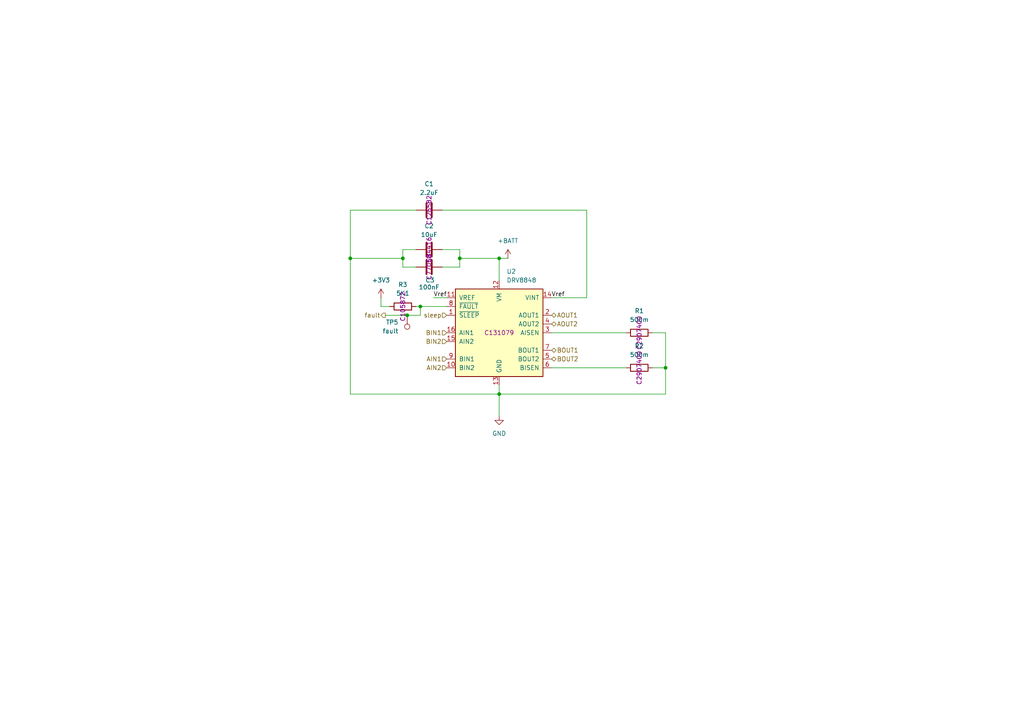
<source format=kicad_sch>
(kicad_sch
	(version 20250114)
	(generator "eeschema")
	(generator_version "9.0")
	(uuid "422b7dc0-f7d7-40f6-9c6d-2337fd7c3eab")
	(paper "A4")
	(lib_symbols
		(symbol "Connector:TestPoint"
			(pin_numbers
				(hide yes)
			)
			(pin_names
				(offset 0.762)
				(hide yes)
			)
			(exclude_from_sim no)
			(in_bom yes)
			(on_board yes)
			(property "Reference" "TP"
				(at 0 6.858 0)
				(effects
					(font
						(size 1.27 1.27)
					)
				)
			)
			(property "Value" "TestPoint"
				(at 0 5.08 0)
				(effects
					(font
						(size 1.27 1.27)
					)
				)
			)
			(property "Footprint" ""
				(at 5.08 0 0)
				(effects
					(font
						(size 1.27 1.27)
					)
					(hide yes)
				)
			)
			(property "Datasheet" "~"
				(at 5.08 0 0)
				(effects
					(font
						(size 1.27 1.27)
					)
					(hide yes)
				)
			)
			(property "Description" "test point"
				(at 0 0 0)
				(effects
					(font
						(size 1.27 1.27)
					)
					(hide yes)
				)
			)
			(property "ki_keywords" "test point tp"
				(at 0 0 0)
				(effects
					(font
						(size 1.27 1.27)
					)
					(hide yes)
				)
			)
			(property "ki_fp_filters" "Pin* Test*"
				(at 0 0 0)
				(effects
					(font
						(size 1.27 1.27)
					)
					(hide yes)
				)
			)
			(symbol "TestPoint_0_1"
				(circle
					(center 0 3.302)
					(radius 0.762)
					(stroke
						(width 0)
						(type default)
					)
					(fill
						(type none)
					)
				)
			)
			(symbol "TestPoint_1_1"
				(pin passive line
					(at 0 0 90)
					(length 2.54)
					(name "1"
						(effects
							(font
								(size 1.27 1.27)
							)
						)
					)
					(number "1"
						(effects
							(font
								(size 1.27 1.27)
							)
						)
					)
				)
			)
			(embedded_fonts no)
		)
		(symbol "Device:C"
			(pin_numbers
				(hide yes)
			)
			(pin_names
				(offset 0.254)
			)
			(exclude_from_sim no)
			(in_bom yes)
			(on_board yes)
			(property "Reference" "C"
				(at 0.635 2.54 0)
				(effects
					(font
						(size 1.27 1.27)
					)
					(justify left)
				)
			)
			(property "Value" "C"
				(at 0.635 -2.54 0)
				(effects
					(font
						(size 1.27 1.27)
					)
					(justify left)
				)
			)
			(property "Footprint" ""
				(at 0.9652 -3.81 0)
				(effects
					(font
						(size 1.27 1.27)
					)
					(hide yes)
				)
			)
			(property "Datasheet" "~"
				(at 0 0 0)
				(effects
					(font
						(size 1.27 1.27)
					)
					(hide yes)
				)
			)
			(property "Description" "Unpolarized capacitor"
				(at 0 0 0)
				(effects
					(font
						(size 1.27 1.27)
					)
					(hide yes)
				)
			)
			(property "ki_keywords" "cap capacitor"
				(at 0 0 0)
				(effects
					(font
						(size 1.27 1.27)
					)
					(hide yes)
				)
			)
			(property "ki_fp_filters" "C_*"
				(at 0 0 0)
				(effects
					(font
						(size 1.27 1.27)
					)
					(hide yes)
				)
			)
			(symbol "C_0_1"
				(polyline
					(pts
						(xy -2.032 0.762) (xy 2.032 0.762)
					)
					(stroke
						(width 0.508)
						(type default)
					)
					(fill
						(type none)
					)
				)
				(polyline
					(pts
						(xy -2.032 -0.762) (xy 2.032 -0.762)
					)
					(stroke
						(width 0.508)
						(type default)
					)
					(fill
						(type none)
					)
				)
			)
			(symbol "C_1_1"
				(pin passive line
					(at 0 3.81 270)
					(length 2.794)
					(name "~"
						(effects
							(font
								(size 1.27 1.27)
							)
						)
					)
					(number "1"
						(effects
							(font
								(size 1.27 1.27)
							)
						)
					)
				)
				(pin passive line
					(at 0 -3.81 90)
					(length 2.794)
					(name "~"
						(effects
							(font
								(size 1.27 1.27)
							)
						)
					)
					(number "2"
						(effects
							(font
								(size 1.27 1.27)
							)
						)
					)
				)
			)
			(embedded_fonts no)
		)
		(symbol "Device:R"
			(pin_numbers
				(hide yes)
			)
			(pin_names
				(offset 0)
			)
			(exclude_from_sim no)
			(in_bom yes)
			(on_board yes)
			(property "Reference" "R"
				(at 2.032 0 90)
				(effects
					(font
						(size 1.27 1.27)
					)
				)
			)
			(property "Value" "R"
				(at 0 0 90)
				(effects
					(font
						(size 1.27 1.27)
					)
				)
			)
			(property "Footprint" ""
				(at -1.778 0 90)
				(effects
					(font
						(size 1.27 1.27)
					)
					(hide yes)
				)
			)
			(property "Datasheet" "~"
				(at 0 0 0)
				(effects
					(font
						(size 1.27 1.27)
					)
					(hide yes)
				)
			)
			(property "Description" "Resistor"
				(at 0 0 0)
				(effects
					(font
						(size 1.27 1.27)
					)
					(hide yes)
				)
			)
			(property "ki_keywords" "R res resistor"
				(at 0 0 0)
				(effects
					(font
						(size 1.27 1.27)
					)
					(hide yes)
				)
			)
			(property "ki_fp_filters" "R_*"
				(at 0 0 0)
				(effects
					(font
						(size 1.27 1.27)
					)
					(hide yes)
				)
			)
			(symbol "R_0_1"
				(rectangle
					(start -1.016 -2.54)
					(end 1.016 2.54)
					(stroke
						(width 0.254)
						(type default)
					)
					(fill
						(type none)
					)
				)
			)
			(symbol "R_1_1"
				(pin passive line
					(at 0 3.81 270)
					(length 1.27)
					(name "~"
						(effects
							(font
								(size 1.27 1.27)
							)
						)
					)
					(number "1"
						(effects
							(font
								(size 1.27 1.27)
							)
						)
					)
				)
				(pin passive line
					(at 0 -3.81 90)
					(length 1.27)
					(name "~"
						(effects
							(font
								(size 1.27 1.27)
							)
						)
					)
					(number "2"
						(effects
							(font
								(size 1.27 1.27)
							)
						)
					)
				)
			)
			(embedded_fonts no)
		)
		(symbol "Driver_Motor:DRV8848"
			(pin_names
				(offset 1.016)
			)
			(exclude_from_sim no)
			(in_bom yes)
			(on_board yes)
			(property "Reference" "U"
				(at -11.43 14.224 0)
				(effects
					(font
						(size 1.27 1.27)
					)
				)
			)
			(property "Value" "DRV8848"
				(at 7.366 14.224 0)
				(effects
					(font
						(size 1.27 1.27)
					)
				)
			)
			(property "Footprint" "Package_SO:TSSOP-16-1EP_4.4x5mm_P0.65mm"
				(at 0 -17.78 0)
				(effects
					(font
						(size 1.27 1.27)
					)
					(hide yes)
				)
			)
			(property "Datasheet" "http://www.ti.com/lit/ds/symlink/drv8848.pdf"
				(at -29.21 34.29 0)
				(effects
					(font
						(size 1.27 1.27)
					)
					(hide yes)
				)
			)
			(property "Description" "Dual H-Bridge motor driver, PWM controlled, single/dual brushed DC stepper, +2 to +18 VDD, TSSOP-16"
				(at 0 0 0)
				(effects
					(font
						(size 1.27 1.27)
					)
					(hide yes)
				)
			)
			(property "ki_keywords" "Dual H-Bridge motor driver"
				(at 0 0 0)
				(effects
					(font
						(size 1.27 1.27)
					)
					(hide yes)
				)
			)
			(property "ki_fp_filters" "TSSOP*1EP*4.4x5mm*P0.65mm*"
				(at 0 0 0)
				(effects
					(font
						(size 1.27 1.27)
					)
					(hide yes)
				)
			)
			(symbol "DRV8848_0_1"
				(rectangle
					(start -12.7 12.7)
					(end 12.7 -12.7)
					(stroke
						(width 0.254)
						(type default)
					)
					(fill
						(type background)
					)
				)
			)
			(symbol "DRV8848_1_1"
				(pin input line
					(at -15.24 10.16 0)
					(length 2.54)
					(name "VREF"
						(effects
							(font
								(size 1.27 1.27)
							)
						)
					)
					(number "11"
						(effects
							(font
								(size 1.27 1.27)
							)
						)
					)
				)
				(pin open_collector line
					(at -15.24 7.62 0)
					(length 2.54)
					(name "~{FAULT}"
						(effects
							(font
								(size 1.27 1.27)
							)
						)
					)
					(number "8"
						(effects
							(font
								(size 1.27 1.27)
							)
						)
					)
				)
				(pin input line
					(at -15.24 5.08 0)
					(length 2.54)
					(name "~{SLEEP}"
						(effects
							(font
								(size 1.27 1.27)
							)
						)
					)
					(number "1"
						(effects
							(font
								(size 1.27 1.27)
							)
						)
					)
				)
				(pin input line
					(at -15.24 0 0)
					(length 2.54)
					(name "AIN1"
						(effects
							(font
								(size 1.27 1.27)
							)
						)
					)
					(number "16"
						(effects
							(font
								(size 1.27 1.27)
							)
						)
					)
				)
				(pin input line
					(at -15.24 -2.54 0)
					(length 2.54)
					(name "AIN2"
						(effects
							(font
								(size 1.27 1.27)
							)
						)
					)
					(number "15"
						(effects
							(font
								(size 1.27 1.27)
							)
						)
					)
				)
				(pin input line
					(at -15.24 -7.62 0)
					(length 2.54)
					(name "BIN1"
						(effects
							(font
								(size 1.27 1.27)
							)
						)
					)
					(number "9"
						(effects
							(font
								(size 1.27 1.27)
							)
						)
					)
				)
				(pin input line
					(at -15.24 -10.16 0)
					(length 2.54)
					(name "BIN2"
						(effects
							(font
								(size 1.27 1.27)
							)
						)
					)
					(number "10"
						(effects
							(font
								(size 1.27 1.27)
							)
						)
					)
				)
				(pin power_in line
					(at 0 15.24 270)
					(length 2.54)
					(name "VM"
						(effects
							(font
								(size 1.27 1.27)
							)
						)
					)
					(number "12"
						(effects
							(font
								(size 1.27 1.27)
							)
						)
					)
				)
				(pin power_in line
					(at 0 -15.24 90)
					(length 2.54)
					(name "GND"
						(effects
							(font
								(size 1.27 1.27)
							)
						)
					)
					(number "13"
						(effects
							(font
								(size 1.27 1.27)
							)
						)
					)
				)
				(pin passive line
					(at 0 -15.24 90)
					(length 2.54)
					(hide yes)
					(name "GND"
						(effects
							(font
								(size 1.27 1.27)
							)
						)
					)
					(number "17"
						(effects
							(font
								(size 1.27 1.27)
							)
						)
					)
				)
				(pin passive line
					(at 15.24 10.16 180)
					(length 2.54)
					(name "VINT"
						(effects
							(font
								(size 1.27 1.27)
							)
						)
					)
					(number "14"
						(effects
							(font
								(size 1.27 1.27)
							)
						)
					)
				)
				(pin output line
					(at 15.24 5.08 180)
					(length 2.54)
					(name "AOUT1"
						(effects
							(font
								(size 1.27 1.27)
							)
						)
					)
					(number "2"
						(effects
							(font
								(size 1.27 1.27)
							)
						)
					)
				)
				(pin output line
					(at 15.24 2.54 180)
					(length 2.54)
					(name "AOUT2"
						(effects
							(font
								(size 1.27 1.27)
							)
						)
					)
					(number "4"
						(effects
							(font
								(size 1.27 1.27)
							)
						)
					)
				)
				(pin passive line
					(at 15.24 0 180)
					(length 2.54)
					(name "AISEN"
						(effects
							(font
								(size 1.27 1.27)
							)
						)
					)
					(number "3"
						(effects
							(font
								(size 1.27 1.27)
							)
						)
					)
				)
				(pin output line
					(at 15.24 -5.08 180)
					(length 2.54)
					(name "BOUT1"
						(effects
							(font
								(size 1.27 1.27)
							)
						)
					)
					(number "7"
						(effects
							(font
								(size 1.27 1.27)
							)
						)
					)
				)
				(pin output line
					(at 15.24 -7.62 180)
					(length 2.54)
					(name "BOUT2"
						(effects
							(font
								(size 1.27 1.27)
							)
						)
					)
					(number "5"
						(effects
							(font
								(size 1.27 1.27)
							)
						)
					)
				)
				(pin passive line
					(at 15.24 -10.16 180)
					(length 2.54)
					(name "BISEN"
						(effects
							(font
								(size 1.27 1.27)
							)
						)
					)
					(number "6"
						(effects
							(font
								(size 1.27 1.27)
							)
						)
					)
				)
			)
			(embedded_fonts no)
		)
		(symbol "power:+3V3"
			(power)
			(pin_numbers
				(hide yes)
			)
			(pin_names
				(offset 0)
				(hide yes)
			)
			(exclude_from_sim no)
			(in_bom yes)
			(on_board yes)
			(property "Reference" "#PWR"
				(at 0 -3.81 0)
				(effects
					(font
						(size 1.27 1.27)
					)
					(hide yes)
				)
			)
			(property "Value" "+3V3"
				(at 0 3.556 0)
				(effects
					(font
						(size 1.27 1.27)
					)
				)
			)
			(property "Footprint" ""
				(at 0 0 0)
				(effects
					(font
						(size 1.27 1.27)
					)
					(hide yes)
				)
			)
			(property "Datasheet" ""
				(at 0 0 0)
				(effects
					(font
						(size 1.27 1.27)
					)
					(hide yes)
				)
			)
			(property "Description" "Power symbol creates a global label with name \"+3V3\""
				(at 0 0 0)
				(effects
					(font
						(size 1.27 1.27)
					)
					(hide yes)
				)
			)
			(property "ki_keywords" "global power"
				(at 0 0 0)
				(effects
					(font
						(size 1.27 1.27)
					)
					(hide yes)
				)
			)
			(symbol "+3V3_0_1"
				(polyline
					(pts
						(xy -0.762 1.27) (xy 0 2.54)
					)
					(stroke
						(width 0)
						(type default)
					)
					(fill
						(type none)
					)
				)
				(polyline
					(pts
						(xy 0 2.54) (xy 0.762 1.27)
					)
					(stroke
						(width 0)
						(type default)
					)
					(fill
						(type none)
					)
				)
				(polyline
					(pts
						(xy 0 0) (xy 0 2.54)
					)
					(stroke
						(width 0)
						(type default)
					)
					(fill
						(type none)
					)
				)
			)
			(symbol "+3V3_1_1"
				(pin power_in line
					(at 0 0 90)
					(length 0)
					(name "~"
						(effects
							(font
								(size 1.27 1.27)
							)
						)
					)
					(number "1"
						(effects
							(font
								(size 1.27 1.27)
							)
						)
					)
				)
			)
			(embedded_fonts no)
		)
		(symbol "power:+BATT"
			(power)
			(pin_numbers
				(hide yes)
			)
			(pin_names
				(offset 0)
				(hide yes)
			)
			(exclude_from_sim no)
			(in_bom yes)
			(on_board yes)
			(property "Reference" "#PWR"
				(at 0 -3.81 0)
				(effects
					(font
						(size 1.27 1.27)
					)
					(hide yes)
				)
			)
			(property "Value" "+BATT"
				(at 0 3.556 0)
				(effects
					(font
						(size 1.27 1.27)
					)
				)
			)
			(property "Footprint" ""
				(at 0 0 0)
				(effects
					(font
						(size 1.27 1.27)
					)
					(hide yes)
				)
			)
			(property "Datasheet" ""
				(at 0 0 0)
				(effects
					(font
						(size 1.27 1.27)
					)
					(hide yes)
				)
			)
			(property "Description" "Power symbol creates a global label with name \"+BATT\""
				(at 0 0 0)
				(effects
					(font
						(size 1.27 1.27)
					)
					(hide yes)
				)
			)
			(property "ki_keywords" "global power battery"
				(at 0 0 0)
				(effects
					(font
						(size 1.27 1.27)
					)
					(hide yes)
				)
			)
			(symbol "+BATT_0_1"
				(polyline
					(pts
						(xy -0.762 1.27) (xy 0 2.54)
					)
					(stroke
						(width 0)
						(type default)
					)
					(fill
						(type none)
					)
				)
				(polyline
					(pts
						(xy 0 2.54) (xy 0.762 1.27)
					)
					(stroke
						(width 0)
						(type default)
					)
					(fill
						(type none)
					)
				)
				(polyline
					(pts
						(xy 0 0) (xy 0 2.54)
					)
					(stroke
						(width 0)
						(type default)
					)
					(fill
						(type none)
					)
				)
			)
			(symbol "+BATT_1_1"
				(pin power_in line
					(at 0 0 90)
					(length 0)
					(name "~"
						(effects
							(font
								(size 1.27 1.27)
							)
						)
					)
					(number "1"
						(effects
							(font
								(size 1.27 1.27)
							)
						)
					)
				)
			)
			(embedded_fonts no)
		)
		(symbol "power:GND"
			(power)
			(pin_numbers
				(hide yes)
			)
			(pin_names
				(offset 0)
				(hide yes)
			)
			(exclude_from_sim no)
			(in_bom yes)
			(on_board yes)
			(property "Reference" "#PWR"
				(at 0 -6.35 0)
				(effects
					(font
						(size 1.27 1.27)
					)
					(hide yes)
				)
			)
			(property "Value" "GND"
				(at 0 -3.81 0)
				(effects
					(font
						(size 1.27 1.27)
					)
				)
			)
			(property "Footprint" ""
				(at 0 0 0)
				(effects
					(font
						(size 1.27 1.27)
					)
					(hide yes)
				)
			)
			(property "Datasheet" ""
				(at 0 0 0)
				(effects
					(font
						(size 1.27 1.27)
					)
					(hide yes)
				)
			)
			(property "Description" "Power symbol creates a global label with name \"GND\" , ground"
				(at 0 0 0)
				(effects
					(font
						(size 1.27 1.27)
					)
					(hide yes)
				)
			)
			(property "ki_keywords" "global power"
				(at 0 0 0)
				(effects
					(font
						(size 1.27 1.27)
					)
					(hide yes)
				)
			)
			(symbol "GND_0_1"
				(polyline
					(pts
						(xy 0 0) (xy 0 -1.27) (xy 1.27 -1.27) (xy 0 -2.54) (xy -1.27 -1.27) (xy 0 -1.27)
					)
					(stroke
						(width 0)
						(type default)
					)
					(fill
						(type none)
					)
				)
			)
			(symbol "GND_1_1"
				(pin power_in line
					(at 0 0 270)
					(length 0)
					(name "~"
						(effects
							(font
								(size 1.27 1.27)
							)
						)
					)
					(number "1"
						(effects
							(font
								(size 1.27 1.27)
							)
						)
					)
				)
			)
			(embedded_fonts no)
		)
	)
	(junction
		(at 144.78 114.3)
		(diameter 0)
		(color 0 0 0 0)
		(uuid "5007b4b3-a00d-4769-a3db-c11b9451f9ac")
	)
	(junction
		(at 133.35 74.93)
		(diameter 0)
		(color 0 0 0 0)
		(uuid "6fad57eb-3b5f-436d-8891-75738fe6a309")
	)
	(junction
		(at 144.78 74.93)
		(diameter 0)
		(color 0 0 0 0)
		(uuid "9946c0df-303b-4cb2-a8da-c0cc47681c11")
	)
	(junction
		(at 116.84 74.93)
		(diameter 0)
		(color 0 0 0 0)
		(uuid "9c4e59d5-e458-451f-91a2-fe8e596835ab")
	)
	(junction
		(at 193.04 106.68)
		(diameter 0)
		(color 0 0 0 0)
		(uuid "a7800d88-8a24-4527-beae-44980e1676cc")
	)
	(junction
		(at 118.11 91.44)
		(diameter 0)
		(color 0 0 0 0)
		(uuid "c0d1fbc8-6038-4815-9ba1-25e6f675488e")
	)
	(junction
		(at 121.92 88.9)
		(diameter 0)
		(color 0 0 0 0)
		(uuid "f4cd7bff-b1d9-47b2-af72-cd86a2ecfc05")
	)
	(junction
		(at 101.6 74.93)
		(diameter 0)
		(color 0 0 0 0)
		(uuid "f5e7c3ab-b41c-4658-ae72-dc3498dba223")
	)
	(wire
		(pts
			(xy 193.04 96.52) (xy 193.04 106.68)
		)
		(stroke
			(width 0)
			(type default)
		)
		(uuid "11339037-c0dc-4550-9087-091bb57c9982")
	)
	(wire
		(pts
			(xy 111.76 91.44) (xy 118.11 91.44)
		)
		(stroke
			(width 0)
			(type default)
		)
		(uuid "119586d8-1c7a-42a9-80d6-40a73bcfdf55")
	)
	(wire
		(pts
			(xy 160.02 96.52) (xy 181.61 96.52)
		)
		(stroke
			(width 0)
			(type default)
		)
		(uuid "1d64fc65-b737-476f-9c28-16c71398a82b")
	)
	(wire
		(pts
			(xy 133.35 72.39) (xy 128.27 72.39)
		)
		(stroke
			(width 0)
			(type default)
		)
		(uuid "205b6d9e-e483-4481-b404-66093e85aff8")
	)
	(wire
		(pts
			(xy 101.6 60.96) (xy 101.6 74.93)
		)
		(stroke
			(width 0)
			(type default)
		)
		(uuid "2299a975-35c2-44bf-af1e-d50cd5bf4f20")
	)
	(wire
		(pts
			(xy 101.6 74.93) (xy 116.84 74.93)
		)
		(stroke
			(width 0)
			(type default)
		)
		(uuid "262b582b-d01e-426a-8592-8e297ce54ab5")
	)
	(wire
		(pts
			(xy 144.78 114.3) (xy 101.6 114.3)
		)
		(stroke
			(width 0)
			(type default)
		)
		(uuid "31490764-800f-4182-960e-5a4971fff901")
	)
	(wire
		(pts
			(xy 120.65 72.39) (xy 116.84 72.39)
		)
		(stroke
			(width 0)
			(type default)
		)
		(uuid "3d809f03-3e36-41d2-b1ce-2f6731d64a82")
	)
	(wire
		(pts
			(xy 160.02 86.36) (xy 170.18 86.36)
		)
		(stroke
			(width 0)
			(type default)
		)
		(uuid "47afe28f-7610-4e57-9198-961437d4da5d")
	)
	(wire
		(pts
			(xy 116.84 72.39) (xy 116.84 74.93)
		)
		(stroke
			(width 0)
			(type default)
		)
		(uuid "4b51ed2c-b141-475f-84f3-d26e6269ec15")
	)
	(wire
		(pts
			(xy 133.35 77.47) (xy 133.35 74.93)
		)
		(stroke
			(width 0)
			(type default)
		)
		(uuid "4f21a7b5-982f-4a93-ad37-7db7bcb421ef")
	)
	(wire
		(pts
			(xy 144.78 74.93) (xy 147.32 74.93)
		)
		(stroke
			(width 0)
			(type default)
		)
		(uuid "62b624a3-4fc6-42ed-a574-a6ec1c578ae8")
	)
	(wire
		(pts
			(xy 193.04 106.68) (xy 193.04 114.3)
		)
		(stroke
			(width 0)
			(type default)
		)
		(uuid "64804050-a98d-4deb-86f7-9bce97416601")
	)
	(wire
		(pts
			(xy 101.6 74.93) (xy 101.6 114.3)
		)
		(stroke
			(width 0)
			(type default)
		)
		(uuid "65713f09-7e55-468f-8345-1fc07d8865c3")
	)
	(wire
		(pts
			(xy 128.27 77.47) (xy 133.35 77.47)
		)
		(stroke
			(width 0)
			(type default)
		)
		(uuid "7252e22d-ef5d-401f-ab84-4619a949fe0e")
	)
	(wire
		(pts
			(xy 189.23 96.52) (xy 193.04 96.52)
		)
		(stroke
			(width 0)
			(type default)
		)
		(uuid "749a0c31-7960-48cb-a01f-abd51926e4d6")
	)
	(wire
		(pts
			(xy 144.78 111.76) (xy 144.78 114.3)
		)
		(stroke
			(width 0)
			(type default)
		)
		(uuid "7f1dba92-7866-491b-ae53-2cbc2e3aaf8a")
	)
	(wire
		(pts
			(xy 128.27 60.96) (xy 170.18 60.96)
		)
		(stroke
			(width 0)
			(type default)
		)
		(uuid "803ec25c-c85b-4f43-ba0a-20e355ad4bb0")
	)
	(wire
		(pts
			(xy 125.73 86.36) (xy 129.54 86.36)
		)
		(stroke
			(width 0)
			(type default)
		)
		(uuid "8baae49d-ac2d-4272-a26f-d192581703f8")
	)
	(wire
		(pts
			(xy 193.04 114.3) (xy 144.78 114.3)
		)
		(stroke
			(width 0)
			(type default)
		)
		(uuid "9ab6f914-7148-49fb-b9a4-71918c6a18d3")
	)
	(wire
		(pts
			(xy 116.84 77.47) (xy 120.65 77.47)
		)
		(stroke
			(width 0)
			(type default)
		)
		(uuid "9ee20444-5c3e-478e-9521-7499888c9361")
	)
	(wire
		(pts
			(xy 133.35 74.93) (xy 144.78 74.93)
		)
		(stroke
			(width 0)
			(type default)
		)
		(uuid "a32e4db6-cf55-4b05-b583-c0d1f4efc4c7")
	)
	(wire
		(pts
			(xy 144.78 74.93) (xy 144.78 81.28)
		)
		(stroke
			(width 0)
			(type default)
		)
		(uuid "b05af8e9-011e-42d8-9470-1c6054b5038f")
	)
	(wire
		(pts
			(xy 170.18 86.36) (xy 170.18 60.96)
		)
		(stroke
			(width 0)
			(type default)
		)
		(uuid "bf5bb7aa-a471-4dec-9028-83ab6eed9098")
	)
	(wire
		(pts
			(xy 110.49 88.9) (xy 113.03 88.9)
		)
		(stroke
			(width 0)
			(type default)
		)
		(uuid "d256bd8c-d489-4b41-91a9-3c8e603d5125")
	)
	(wire
		(pts
			(xy 160.02 106.68) (xy 181.61 106.68)
		)
		(stroke
			(width 0)
			(type default)
		)
		(uuid "d25bfd57-f19f-454e-9c09-136a113f5e61")
	)
	(wire
		(pts
			(xy 144.78 114.3) (xy 144.78 120.65)
		)
		(stroke
			(width 0)
			(type default)
		)
		(uuid "d71a09e7-88e3-4c1f-be41-c8a63163cf5c")
	)
	(wire
		(pts
			(xy 116.84 74.93) (xy 116.84 77.47)
		)
		(stroke
			(width 0)
			(type default)
		)
		(uuid "e338daac-6f8a-45bf-9228-c51e35479a4c")
	)
	(wire
		(pts
			(xy 121.92 88.9) (xy 121.92 91.44)
		)
		(stroke
			(width 0)
			(type default)
		)
		(uuid "eaeb24ee-4f71-4500-9e68-d6eaf1e4cefd")
	)
	(wire
		(pts
			(xy 120.65 60.96) (xy 101.6 60.96)
		)
		(stroke
			(width 0)
			(type default)
		)
		(uuid "eb5e6db1-0aa5-4dfc-aa23-16a431da494c")
	)
	(wire
		(pts
			(xy 118.11 91.44) (xy 121.92 91.44)
		)
		(stroke
			(width 0)
			(type default)
		)
		(uuid "ef0732db-457c-4049-ad16-861947bc3214")
	)
	(wire
		(pts
			(xy 133.35 74.93) (xy 133.35 72.39)
		)
		(stroke
			(width 0)
			(type default)
		)
		(uuid "f238538d-00d1-4bea-bf97-7c4aaede72ba")
	)
	(wire
		(pts
			(xy 110.49 86.36) (xy 110.49 88.9)
		)
		(stroke
			(width 0)
			(type default)
		)
		(uuid "f7a2dfeb-4788-4d9d-a4b3-67f782dc5b2c")
	)
	(wire
		(pts
			(xy 193.04 106.68) (xy 189.23 106.68)
		)
		(stroke
			(width 0)
			(type default)
		)
		(uuid "f98c3d98-a57c-4d6e-86c5-853d9e10f41f")
	)
	(wire
		(pts
			(xy 120.65 88.9) (xy 121.92 88.9)
		)
		(stroke
			(width 0)
			(type default)
		)
		(uuid "fce3a248-c688-4ffa-ab94-d80ab130ea7d")
	)
	(wire
		(pts
			(xy 121.92 88.9) (xy 129.54 88.9)
		)
		(stroke
			(width 0)
			(type default)
		)
		(uuid "fdb8be3c-4811-4965-95f0-24e1f2f00990")
	)
	(label "Vref"
		(at 125.73 86.36 0)
		(effects
			(font
				(size 1.27 1.27)
			)
			(justify left bottom)
		)
		(uuid "aaa0f00e-6d3c-4a9d-b69c-76bb15ce5f1b")
	)
	(label "Vref"
		(at 163.83 86.36 180)
		(effects
			(font
				(size 1.27 1.27)
			)
			(justify right bottom)
		)
		(uuid "de951d41-b770-4993-bedd-2f851ffed0ea")
	)
	(hierarchical_label "AOUT1"
		(shape bidirectional)
		(at 160.02 91.44 0)
		(effects
			(font
				(size 1.27 1.27)
			)
			(justify left)
		)
		(uuid "04fa911c-d7b0-495d-a5db-eeab24dee5d4")
	)
	(hierarchical_label "AOUT2"
		(shape bidirectional)
		(at 160.02 93.98 0)
		(effects
			(font
				(size 1.27 1.27)
			)
			(justify left)
		)
		(uuid "17bb7df6-5ea5-4260-a979-b5be2e334286")
	)
	(hierarchical_label "BIN1"
		(shape input)
		(at 129.54 96.52 180)
		(effects
			(font
				(size 1.27 1.27)
			)
			(justify right)
		)
		(uuid "1ef63b98-6670-4358-bdd8-e8d3a5cc2b3a")
	)
	(hierarchical_label "BIN2"
		(shape input)
		(at 129.54 99.06 180)
		(effects
			(font
				(size 1.27 1.27)
			)
			(justify right)
		)
		(uuid "22bb3146-dc2c-4519-a32e-dcdfaa534595")
	)
	(hierarchical_label "BOUT2"
		(shape bidirectional)
		(at 160.02 104.14 0)
		(effects
			(font
				(size 1.27 1.27)
			)
			(justify left)
		)
		(uuid "4224c330-c924-4ea8-8a9f-2e479c2ed397")
	)
	(hierarchical_label "AIN2"
		(shape input)
		(at 129.54 106.68 180)
		(effects
			(font
				(size 1.27 1.27)
			)
			(justify right)
		)
		(uuid "62942bb2-609f-401a-9975-70433f34b163")
	)
	(hierarchical_label "AIN1"
		(shape input)
		(at 129.54 104.14 180)
		(effects
			(font
				(size 1.27 1.27)
			)
			(justify right)
		)
		(uuid "87f57a50-98ca-4284-ab1a-37cb63dd007c")
	)
	(hierarchical_label "fault"
		(shape output)
		(at 111.76 91.44 180)
		(effects
			(font
				(size 1.27 1.27)
			)
			(justify right)
		)
		(uuid "b077ff5c-5401-4bb9-b72c-8c1a46f020e4")
	)
	(hierarchical_label "sleep"
		(shape input)
		(at 129.54 91.44 180)
		(effects
			(font
				(size 1.27 1.27)
			)
			(justify right)
		)
		(uuid "c6fb0f9d-fd86-454f-816b-c871ad87b2d0")
	)
	(hierarchical_label "BOUT1"
		(shape bidirectional)
		(at 160.02 101.6 0)
		(effects
			(font
				(size 1.27 1.27)
			)
			(justify left)
		)
		(uuid "cc054343-9a43-4bf6-b067-529fbd74d9f0")
	)
	(symbol
		(lib_id "Driver_Motor:DRV8848")
		(at 144.78 96.52 0)
		(unit 1)
		(exclude_from_sim no)
		(in_bom yes)
		(on_board yes)
		(dnp no)
		(fields_autoplaced yes)
		(uuid "03695023-d1ed-4c9b-933a-6e30e0f4f243")
		(property "Reference" "U2"
			(at 146.9233 78.74 0)
			(effects
				(font
					(size 1.27 1.27)
				)
				(justify left)
			)
		)
		(property "Value" "DRV8848"
			(at 146.9233 81.28 0)
			(effects
				(font
					(size 1.27 1.27)
				)
				(justify left)
			)
		)
		(property "Footprint" "Package_SO:TSSOP-16-1EP_4.4x5mm_P0.65mm"
			(at 144.78 114.3 0)
			(effects
				(font
					(size 1.27 1.27)
				)
				(hide yes)
			)
		)
		(property "Datasheet" "http://www.ti.com/lit/ds/symlink/drv8848.pdf"
			(at 115.57 62.23 0)
			(effects
				(font
					(size 1.27 1.27)
				)
				(hide yes)
			)
		)
		(property "Description" "Dual H-Bridge motor driver, PWM controlled, single/dual brushed DC stepper, +2 to +18 VDD, TSSOP-16"
			(at 144.78 96.52 0)
			(effects
				(font
					(size 1.27 1.27)
				)
				(hide yes)
			)
		)
		(property "LCSC Part #" "C131079"
			(at 144.78 96.52 0)
			(effects
				(font
					(size 1.27 1.27)
				)
			)
		)
		(pin "9"
			(uuid "f600edea-f578-480d-be4a-fc4191b188ef")
		)
		(pin "10"
			(uuid "e12cb9f2-6d58-4353-aa69-2db75435dd37")
		)
		(pin "7"
			(uuid "6d3b6cea-d14a-4cbe-a57c-2288ca4220be")
		)
		(pin "5"
			(uuid "6ece1df5-136c-47df-99c6-a159c1d94113")
		)
		(pin "1"
			(uuid "dcba7799-9a1f-4cfd-b33e-c3eab7f12eaf")
		)
		(pin "3"
			(uuid "34661fcf-c3e8-4670-ac52-e413418c5023")
		)
		(pin "13"
			(uuid "67b98797-e61d-419e-92ba-7e6f72965080")
		)
		(pin "2"
			(uuid "59c44a88-fdb7-4467-9ea9-6123d722518c")
		)
		(pin "16"
			(uuid "c7301cc7-ea5a-4624-8424-c83918cd691a")
		)
		(pin "8"
			(uuid "d50dbcf2-1c22-4917-86f0-9350272166d6")
		)
		(pin "12"
			(uuid "62118151-3894-48a8-89a8-687689798aca")
		)
		(pin "17"
			(uuid "6c0fbe4a-7caf-4814-936f-a36751229ca2")
		)
		(pin "4"
			(uuid "e22f435a-4019-420e-a17f-b96c9d0de381")
		)
		(pin "6"
			(uuid "d3d6ad5a-3ace-4173-8c43-f40460fd4bf8")
		)
		(pin "11"
			(uuid "e70c6d79-52c4-43af-b554-6fb193a1a06b")
		)
		(pin "14"
			(uuid "a70013b3-e53f-4038-99d8-8b2f8a3256e0")
		)
		(pin "15"
			(uuid "d462e39d-8136-4b92-b9b7-81cb80272824")
		)
		(instances
			(project "ESPNOW"
				(path "/4373db5e-45ad-49d8-b52e-f9391bdc31f2/e4fa1d11-77b1-4d58-8e39-45eed636766b"
					(reference "U2")
					(unit 1)
				)
			)
		)
	)
	(symbol
		(lib_id "power:+3V3")
		(at 110.49 86.36 0)
		(unit 1)
		(exclude_from_sim no)
		(in_bom yes)
		(on_board yes)
		(dnp no)
		(fields_autoplaced yes)
		(uuid "063cfb7d-8731-41e0-bd7d-1bfd28785eb9")
		(property "Reference" "#PWR023"
			(at 110.49 90.17 0)
			(effects
				(font
					(size 1.27 1.27)
				)
				(hide yes)
			)
		)
		(property "Value" "+3V3"
			(at 110.49 81.28 0)
			(effects
				(font
					(size 1.27 1.27)
				)
			)
		)
		(property "Footprint" ""
			(at 110.49 86.36 0)
			(effects
				(font
					(size 1.27 1.27)
				)
				(hide yes)
			)
		)
		(property "Datasheet" ""
			(at 110.49 86.36 0)
			(effects
				(font
					(size 1.27 1.27)
				)
				(hide yes)
			)
		)
		(property "Description" "Power symbol creates a global label with name \"+3V3\""
			(at 110.49 86.36 0)
			(effects
				(font
					(size 1.27 1.27)
				)
				(hide yes)
			)
		)
		(pin "1"
			(uuid "1f5d71e5-45ee-42dd-8f7b-0ae2c69531e2")
		)
		(instances
			(project ""
				(path "/4373db5e-45ad-49d8-b52e-f9391bdc31f2/e4fa1d11-77b1-4d58-8e39-45eed636766b"
					(reference "#PWR023")
					(unit 1)
				)
			)
		)
	)
	(symbol
		(lib_id "Device:C")
		(at 124.46 77.47 90)
		(unit 1)
		(exclude_from_sim no)
		(in_bom yes)
		(on_board yes)
		(dnp no)
		(uuid "25f4ddad-1cb3-4f39-94f2-a8636768a05e")
		(property "Reference" "C3"
			(at 124.714 81.28 90)
			(effects
				(font
					(size 1.27 1.27)
				)
			)
		)
		(property "Value" "100nF"
			(at 124.46 83.312 90)
			(effects
				(font
					(size 1.27 1.27)
				)
			)
		)
		(property "Footprint" "Capacitor_SMD:C_0603_1608Metric"
			(at 128.27 76.5048 0)
			(effects
				(font
					(size 1.27 1.27)
				)
				(hide yes)
			)
		)
		(property "Datasheet" "~"
			(at 124.46 77.47 0)
			(effects
				(font
					(size 1.27 1.27)
				)
				(hide yes)
			)
		)
		(property "Description" "Unpolarized capacitor"
			(at 124.46 77.47 0)
			(effects
				(font
					(size 1.27 1.27)
				)
				(hide yes)
			)
		)
		(property "LCSC Part #" "C77050"
			(at 124.46 77.47 0)
			(effects
				(font
					(size 1.27 1.27)
				)
			)
		)
		(pin "1"
			(uuid "3518fbfd-32fd-4e63-b076-4b9b8c6b1ff3")
		)
		(pin "2"
			(uuid "23d599ce-d71a-46a7-a299-3ffea6cfabfe")
		)
		(instances
			(project "ESPNOW"
				(path "/4373db5e-45ad-49d8-b52e-f9391bdc31f2/e4fa1d11-77b1-4d58-8e39-45eed636766b"
					(reference "C3")
					(unit 1)
				)
			)
		)
	)
	(symbol
		(lib_id "Device:C")
		(at 124.46 72.39 90)
		(unit 1)
		(exclude_from_sim no)
		(in_bom yes)
		(on_board yes)
		(dnp no)
		(uuid "2ada28f8-3749-4696-93cd-5c4602b8d928")
		(property "Reference" "C2"
			(at 124.46 65.532 90)
			(effects
				(font
					(size 1.27 1.27)
				)
			)
		)
		(property "Value" "10uF"
			(at 124.46 68.072 90)
			(effects
				(font
					(size 1.27 1.27)
				)
			)
		)
		(property "Footprint" "Capacitor_SMD:C_0805_2012Metric"
			(at 128.27 71.4248 0)
			(effects
				(font
					(size 1.27 1.27)
				)
				(hide yes)
			)
		)
		(property "Datasheet" "~"
			(at 124.46 72.39 0)
			(effects
				(font
					(size 1.27 1.27)
				)
				(hide yes)
			)
		)
		(property "Description" "Unpolarized capacitor"
			(at 124.46 72.39 0)
			(effects
				(font
					(size 1.27 1.27)
				)
				(hide yes)
			)
		)
		(property "LCSC Part #" "C84416"
			(at 124.46 72.39 0)
			(effects
				(font
					(size 1.27 1.27)
				)
			)
		)
		(pin "1"
			(uuid "3518fbfd-32fd-4e63-b076-4b9b8c6b1ff4")
		)
		(pin "2"
			(uuid "23d599ce-d71a-46a7-a299-3ffea6cfabff")
		)
		(instances
			(project "ESPNOW"
				(path "/4373db5e-45ad-49d8-b52e-f9391bdc31f2/e4fa1d11-77b1-4d58-8e39-45eed636766b"
					(reference "C2")
					(unit 1)
				)
			)
		)
	)
	(symbol
		(lib_id "Connector:TestPoint")
		(at 118.11 91.44 0)
		(mirror x)
		(unit 1)
		(exclude_from_sim no)
		(in_bom no)
		(on_board yes)
		(dnp no)
		(uuid "6f02ca43-a326-4008-afa7-8aedc34907ab")
		(property "Reference" "TP5"
			(at 115.57 93.4719 0)
			(effects
				(font
					(size 1.27 1.27)
				)
				(justify right)
			)
		)
		(property "Value" "fault"
			(at 115.57 96.0119 0)
			(effects
				(font
					(size 1.27 1.27)
				)
				(justify right)
			)
		)
		(property "Footprint" "TestPoint:TestPoint_Pad_D2.0mm"
			(at 123.19 91.44 0)
			(effects
				(font
					(size 1.27 1.27)
				)
				(hide yes)
			)
		)
		(property "Datasheet" "~"
			(at 123.19 91.44 0)
			(effects
				(font
					(size 1.27 1.27)
				)
				(hide yes)
			)
		)
		(property "Description" "test point"
			(at 118.11 91.44 0)
			(effects
				(font
					(size 1.27 1.27)
				)
				(hide yes)
			)
		)
		(pin "1"
			(uuid "4541adf2-d382-4ecf-8567-4ff380b8214c")
		)
		(instances
			(project "ESPNOW"
				(path "/4373db5e-45ad-49d8-b52e-f9391bdc31f2/e4fa1d11-77b1-4d58-8e39-45eed636766b"
					(reference "TP5")
					(unit 1)
				)
			)
		)
	)
	(symbol
		(lib_id "power:+BATT")
		(at 147.32 74.93 0)
		(unit 1)
		(exclude_from_sim no)
		(in_bom yes)
		(on_board yes)
		(dnp no)
		(fields_autoplaced yes)
		(uuid "82e51063-fbbf-4af5-9d38-28c0bcfff059")
		(property "Reference" "#PWR016"
			(at 147.32 78.74 0)
			(effects
				(font
					(size 1.27 1.27)
				)
				(hide yes)
			)
		)
		(property "Value" "+BATT"
			(at 147.32 69.85 0)
			(effects
				(font
					(size 1.27 1.27)
				)
			)
		)
		(property "Footprint" ""
			(at 147.32 74.93 0)
			(effects
				(font
					(size 1.27 1.27)
				)
				(hide yes)
			)
		)
		(property "Datasheet" ""
			(at 147.32 74.93 0)
			(effects
				(font
					(size 1.27 1.27)
				)
				(hide yes)
			)
		)
		(property "Description" "Power symbol creates a global label with name \"+BATT\""
			(at 147.32 74.93 0)
			(effects
				(font
					(size 1.27 1.27)
				)
				(hide yes)
			)
		)
		(pin "1"
			(uuid "44c9485a-3469-4f8c-bb75-07a1afe7b2cd")
		)
		(instances
			(project ""
				(path "/4373db5e-45ad-49d8-b52e-f9391bdc31f2/e4fa1d11-77b1-4d58-8e39-45eed636766b"
					(reference "#PWR016")
					(unit 1)
				)
			)
		)
	)
	(symbol
		(lib_id "Device:R")
		(at 116.84 88.9 90)
		(unit 1)
		(exclude_from_sim no)
		(in_bom yes)
		(on_board yes)
		(dnp no)
		(fields_autoplaced yes)
		(uuid "8a03e51d-1d6c-4a2f-aa13-bd327c5da42d")
		(property "Reference" "R3"
			(at 116.84 82.55 90)
			(effects
				(font
					(size 1.27 1.27)
				)
			)
		)
		(property "Value" "5K1"
			(at 116.84 85.09 90)
			(effects
				(font
					(size 1.27 1.27)
				)
			)
		)
		(property "Footprint" "Resistor_SMD:R_0402_1005Metric"
			(at 116.84 90.678 90)
			(effects
				(font
					(size 1.27 1.27)
				)
				(hide yes)
			)
		)
		(property "Datasheet" "~"
			(at 116.84 88.9 0)
			(effects
				(font
					(size 1.27 1.27)
				)
				(hide yes)
			)
		)
		(property "Description" "Resistor"
			(at 116.84 88.9 0)
			(effects
				(font
					(size 1.27 1.27)
				)
				(hide yes)
			)
		)
		(property "LCSC Part #" "C105872"
			(at 116.84 88.9 0)
			(effects
				(font
					(size 1.27 1.27)
				)
			)
		)
		(pin "1"
			(uuid "3f6f770e-1547-47b4-9721-b43d8cfa975f")
		)
		(pin "2"
			(uuid "ac10997e-a3e0-4a19-8714-c29d5783c52a")
		)
		(instances
			(project "ESPNOW"
				(path "/4373db5e-45ad-49d8-b52e-f9391bdc31f2/e4fa1d11-77b1-4d58-8e39-45eed636766b"
					(reference "R3")
					(unit 1)
				)
			)
		)
	)
	(symbol
		(lib_id "Device:R")
		(at 185.42 96.52 90)
		(unit 1)
		(exclude_from_sim no)
		(in_bom yes)
		(on_board yes)
		(dnp no)
		(fields_autoplaced yes)
		(uuid "a36584fe-d204-4f1f-99cc-8c89ed096ac8")
		(property "Reference" "R1"
			(at 185.42 90.17 90)
			(effects
				(font
					(size 1.27 1.27)
				)
			)
		)
		(property "Value" "500m"
			(at 185.42 92.71 90)
			(effects
				(font
					(size 1.27 1.27)
				)
			)
		)
		(property "Footprint" "Resistor_SMD:R_1206_3216Metric"
			(at 185.42 98.298 90)
			(effects
				(font
					(size 1.27 1.27)
				)
				(hide yes)
			)
		)
		(property "Datasheet" "~"
			(at 185.42 96.52 0)
			(effects
				(font
					(size 1.27 1.27)
				)
				(hide yes)
			)
		)
		(property "Description" "Resistor"
			(at 185.42 96.52 0)
			(effects
				(font
					(size 1.27 1.27)
				)
				(hide yes)
			)
		)
		(property "LCSC Part #" "C2907400"
			(at 185.42 96.52 0)
			(effects
				(font
					(size 1.27 1.27)
				)
			)
		)
		(pin "1"
			(uuid "2257488d-500b-4418-ad5f-f7b804db4094")
		)
		(pin "2"
			(uuid "7e8ecbd0-65c8-4e03-9954-8c798e2402c2")
		)
		(instances
			(project "ESPNOW"
				(path "/4373db5e-45ad-49d8-b52e-f9391bdc31f2/e4fa1d11-77b1-4d58-8e39-45eed636766b"
					(reference "R1")
					(unit 1)
				)
			)
		)
	)
	(symbol
		(lib_id "Device:C")
		(at 124.46 60.96 90)
		(unit 1)
		(exclude_from_sim no)
		(in_bom yes)
		(on_board yes)
		(dnp no)
		(fields_autoplaced yes)
		(uuid "c9029dac-6d5d-4d59-b4c6-4c92b2b7d4c5")
		(property "Reference" "C1"
			(at 124.46 53.34 90)
			(effects
				(font
					(size 1.27 1.27)
				)
			)
		)
		(property "Value" "2.2uF"
			(at 124.46 55.88 90)
			(effects
				(font
					(size 1.27 1.27)
				)
			)
		)
		(property "Footprint" "Capacitor_SMD:C_0603_1608Metric"
			(at 128.27 59.9948 0)
			(effects
				(font
					(size 1.27 1.27)
				)
				(hide yes)
			)
		)
		(property "Datasheet" "~"
			(at 124.46 60.96 0)
			(effects
				(font
					(size 1.27 1.27)
				)
				(hide yes)
			)
		)
		(property "Description" "Unpolarized capacitor"
			(at 124.46 60.96 0)
			(effects
				(font
					(size 1.27 1.27)
				)
				(hide yes)
			)
		)
		(property "LCSC Part #" "C126582"
			(at 124.46 60.96 0)
			(effects
				(font
					(size 1.27 1.27)
				)
			)
		)
		(pin "2"
			(uuid "4c688d74-5d29-4c2e-8cc1-00f939ae3220")
		)
		(pin "1"
			(uuid "95c5d939-cc2e-4ec2-a6dc-55a5ebf52dc1")
		)
		(instances
			(project "ESPNOW"
				(path "/4373db5e-45ad-49d8-b52e-f9391bdc31f2/e4fa1d11-77b1-4d58-8e39-45eed636766b"
					(reference "C1")
					(unit 1)
				)
			)
		)
	)
	(symbol
		(lib_id "Device:R")
		(at 185.42 106.68 90)
		(unit 1)
		(exclude_from_sim no)
		(in_bom yes)
		(on_board yes)
		(dnp no)
		(fields_autoplaced yes)
		(uuid "e65bcbec-2949-433b-9d7a-3f127027ed6e")
		(property "Reference" "R2"
			(at 185.42 100.33 90)
			(effects
				(font
					(size 1.27 1.27)
				)
			)
		)
		(property "Value" "500m"
			(at 185.42 102.87 90)
			(effects
				(font
					(size 1.27 1.27)
				)
			)
		)
		(property "Footprint" "Resistor_SMD:R_1206_3216Metric"
			(at 185.42 108.458 90)
			(effects
				(font
					(size 1.27 1.27)
				)
				(hide yes)
			)
		)
		(property "Datasheet" "~"
			(at 185.42 106.68 0)
			(effects
				(font
					(size 1.27 1.27)
				)
				(hide yes)
			)
		)
		(property "Description" "Resistor"
			(at 185.42 106.68 0)
			(effects
				(font
					(size 1.27 1.27)
				)
				(hide yes)
			)
		)
		(property "LCSC Part #" "C2907400"
			(at 185.42 106.68 0)
			(effects
				(font
					(size 1.27 1.27)
				)
			)
		)
		(pin "1"
			(uuid "2257488d-500b-4418-ad5f-f7b804db4095")
		)
		(pin "2"
			(uuid "7e8ecbd0-65c8-4e03-9954-8c798e2402c3")
		)
		(instances
			(project "ESPNOW"
				(path "/4373db5e-45ad-49d8-b52e-f9391bdc31f2/e4fa1d11-77b1-4d58-8e39-45eed636766b"
					(reference "R2")
					(unit 1)
				)
			)
		)
	)
	(symbol
		(lib_id "power:GND")
		(at 144.78 120.65 0)
		(unit 1)
		(exclude_from_sim no)
		(in_bom yes)
		(on_board yes)
		(dnp no)
		(fields_autoplaced yes)
		(uuid "f42dc1ed-65a1-4098-b313-58f485bececa")
		(property "Reference" "#PWR022"
			(at 144.78 127 0)
			(effects
				(font
					(size 1.27 1.27)
				)
				(hide yes)
			)
		)
		(property "Value" "GND"
			(at 144.78 125.73 0)
			(effects
				(font
					(size 1.27 1.27)
				)
			)
		)
		(property "Footprint" ""
			(at 144.78 120.65 0)
			(effects
				(font
					(size 1.27 1.27)
				)
				(hide yes)
			)
		)
		(property "Datasheet" ""
			(at 144.78 120.65 0)
			(effects
				(font
					(size 1.27 1.27)
				)
				(hide yes)
			)
		)
		(property "Description" "Power symbol creates a global label with name \"GND\" , ground"
			(at 144.78 120.65 0)
			(effects
				(font
					(size 1.27 1.27)
				)
				(hide yes)
			)
		)
		(pin "1"
			(uuid "5b847ae1-8d6d-4547-8e83-19ccf02a6773")
		)
		(instances
			(project ""
				(path "/4373db5e-45ad-49d8-b52e-f9391bdc31f2/e4fa1d11-77b1-4d58-8e39-45eed636766b"
					(reference "#PWR022")
					(unit 1)
				)
			)
		)
	)
)

</source>
